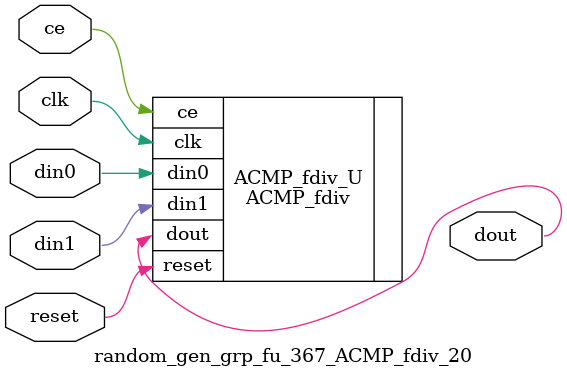
<source format=v>

`timescale 1 ns / 1 ps
module random_gen_grp_fu_367_ACMP_fdiv_20(
    clk,
    reset,
    ce,
    din0,
    din1,
    dout);

parameter ID = 32'd1;
parameter NUM_STAGE = 32'd1;
parameter din0_WIDTH = 32'd1;
parameter din1_WIDTH = 32'd1;
parameter dout_WIDTH = 32'd1;
input clk;
input reset;
input ce;
input[din0_WIDTH - 1:0] din0;
input[din1_WIDTH - 1:0] din1;
output[dout_WIDTH - 1:0] dout;



ACMP_fdiv #(
.ID( ID ),
.NUM_STAGE( 12 ),
.din0_WIDTH( din0_WIDTH ),
.din1_WIDTH( din1_WIDTH ),
.dout_WIDTH( dout_WIDTH ))
ACMP_fdiv_U(
    .clk( clk ),
    .reset( reset ),
    .ce( ce ),
    .din0( din0 ),
    .din1( din1 ),
    .dout( dout ));

endmodule

</source>
